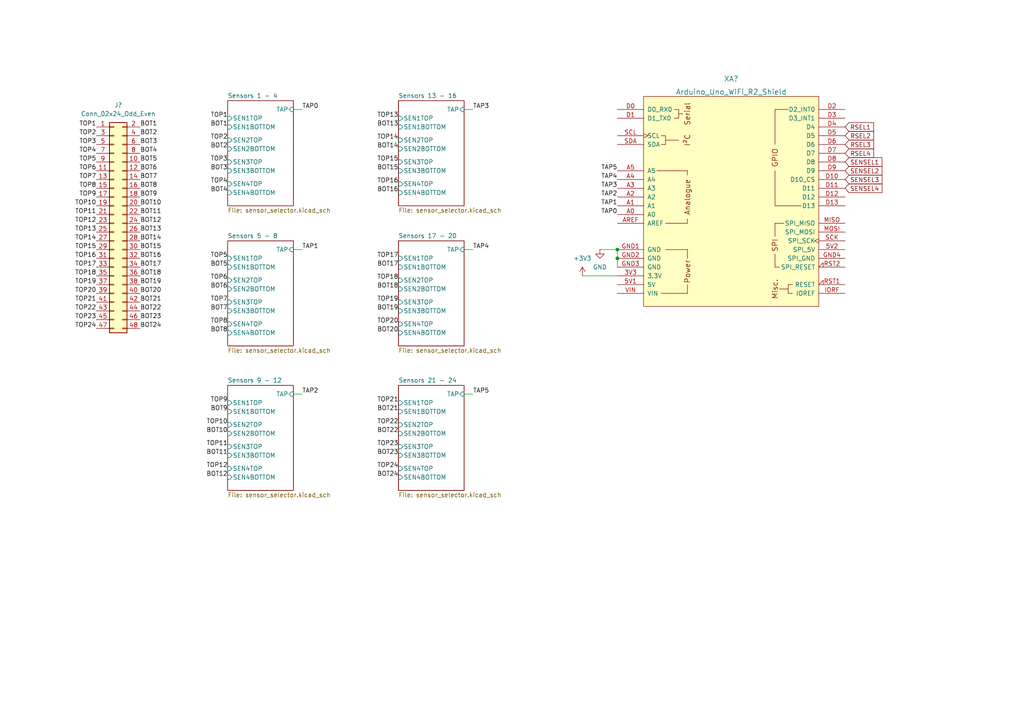
<source format=kicad_sch>
(kicad_sch (version 20211123) (generator eeschema)
  (paper "A4")
  (lib_symbols
    (symbol "Connector_Generic:Conn_02x24_Odd_Even" (pin_names (offset 1.016) hide)
      (property "Reference" "J" (at 1.27 30.48 0))
      (property "Value" "Conn_02x24_Odd_Even" (at 1.27 -33.02 0))
      (symbol "Conn_02x24_Odd_Even_1_1"
        (rectangle (start -1.27 -30.353) (end 0 -30.607) (stroke (width 0.1524)))
        (rectangle (start -1.27 -27.813) (end 0 -28.067) (stroke (width 0.1524)))
        (rectangle (start -1.27 -25.273) (end 0 -25.527) (stroke (width 0.1524)))
        (rectangle (start -1.27 -22.733) (end 0 -22.987) (stroke (width 0.1524)))
        (rectangle (start -1.27 -20.193) (end 0 -20.447) (stroke (width 0.1524)))
        (rectangle (start -1.27 -17.653) (end 0 -17.907) (stroke (width 0.1524)))
        (rectangle (start -1.27 -15.113) (end 0 -15.367) (stroke (width 0.1524)))
        (rectangle (start -1.27 -12.573) (end 0 -12.827) (stroke (width 0.1524)))
        (rectangle (start -1.27 -10.033) (end 0 -10.287) (stroke (width 0.1524)))
        (rectangle (start -1.27 -7.493) (end 0 -7.747) (stroke (width 0.1524)))
        (rectangle (start -1.27 -4.953) (end 0 -5.207) (stroke (width 0.1524)))
        (rectangle (start -1.27 -2.413) (end 0 -2.667) (stroke (width 0.1524)))
        (rectangle (start -1.27 0.127) (end 0 -0.127) (stroke (width 0.1524)))
        (rectangle (start -1.27 2.667) (end 0 2.413) (stroke (width 0.1524)))
        (rectangle (start -1.27 5.207) (end 0 4.953) (stroke (width 0.1524)))
        (rectangle (start -1.27 7.747) (end 0 7.493) (stroke (width 0.1524)))
        (rectangle (start -1.27 10.287) (end 0 10.033) (stroke (width 0.1524)))
        (rectangle (start -1.27 12.827) (end 0 12.573) (stroke (width 0.1524)))
        (rectangle (start -1.27 15.367) (end 0 15.113) (stroke (width 0.1524)))
        (rectangle (start -1.27 17.907) (end 0 17.653) (stroke (width 0.1524)))
        (rectangle (start -1.27 20.447) (end 0 20.193) (stroke (width 0.1524)))
        (rectangle (start -1.27 22.987) (end 0 22.733) (stroke (width 0.1524)))
        (rectangle (start -1.27 25.527) (end 0 25.273) (stroke (width 0.1524)))
        (rectangle (start -1.27 28.067) (end 0 27.813) (stroke (width 0.1524)))
        (rectangle (start -1.27 29.21) (end 3.81 -31.75) (stroke (width 0.254)) (fill (type background)))
        (rectangle (start 3.81 -30.353) (end 2.54 -30.607) (stroke (width 0.1524)))
        (rectangle (start 3.81 -27.813) (end 2.54 -28.067) (stroke (width 0.1524)))
        (rectangle (start 3.81 -25.273) (end 2.54 -25.527) (stroke (width 0.1524)))
        (rectangle (start 3.81 -22.733) (end 2.54 -22.987) (stroke (width 0.1524)))
        (rectangle (start 3.81 -20.193) (end 2.54 -20.447) (stroke (width 0.1524)))
        (rectangle (start 3.81 -17.653) (end 2.54 -17.907) (stroke (width 0.1524)))
        (rectangle (start 3.81 -15.113) (end 2.54 -15.367) (stroke (width 0.1524)))
        (rectangle (start 3.81 -12.573) (end 2.54 -12.827) (stroke (width 0.1524)))
        (rectangle (start 3.81 -10.033) (end 2.54 -10.287) (stroke (width 0.1524)))
        (rectangle (start 3.81 -7.493) (end 2.54 -7.747) (stroke (width 0.1524)))
        (rectangle (start 3.81 -4.953) (end 2.54 -5.207) (stroke (width 0.1524)))
        (rectangle (start 3.81 -2.413) (end 2.54 -2.667) (stroke (width 0.1524)))
        (rectangle (start 3.81 0.127) (end 2.54 -0.127) (stroke (width 0.1524)))
        (rectangle (start 3.81 2.667) (end 2.54 2.413) (stroke (width 0.1524)))
        (rectangle (start 3.81 5.207) (end 2.54 4.953) (stroke (width 0.1524)))
        (rectangle (start 3.81 7.747) (end 2.54 7.493) (stroke (width 0.1524)))
        (rectangle (start 3.81 10.287) (end 2.54 10.033) (stroke (width 0.1524)))
        (rectangle (start 3.81 12.827) (end 2.54 12.573) (stroke (width 0.1524)))
        (rectangle (start 3.81 15.367) (end 2.54 15.113) (stroke (width 0.1524)))
        (rectangle (start 3.81 17.907) (end 2.54 17.653) (stroke (width 0.1524)))
        (rectangle (start 3.81 20.447) (end 2.54 20.193) (stroke (width 0.1524)))
        (rectangle (start 3.81 22.987) (end 2.54 22.733) (stroke (width 0.1524)))
        (rectangle (start 3.81 25.527) (end 2.54 25.273) (stroke (width 0.1524)))
        (rectangle (start 3.81 28.067) (end 2.54 27.813) (stroke (width 0.1524)))
        (pin passive line (at -5.08 27.94 0) (length 3.81) (name "Pin_1") (number "1"))
        (pin passive line (at 7.62 17.78 180) (length 3.81) (name "Pin_10") (number "10"))
        (pin passive line (at -5.08 15.24 0) (length 3.81) (name "Pin_11") (number "11"))
        (pin passive line (at 7.62 15.24 180) (length 3.81) (name "Pin_12") (number "12"))
        (pin passive line (at -5.08 12.7 0) (length 3.81) (name "Pin_13") (number "13"))
        (pin passive line (at 7.62 12.7 180) (length 3.81) (name "Pin_14") (number "14"))
        (pin passive line (at -5.08 10.16 0) (length 3.81) (name "Pin_15") (number "15"))
        (pin passive line (at 7.62 10.16 180) (length 3.81) (name "Pin_16") (number "16"))
        (pin passive line (at -5.08 7.62 0) (length 3.81) (name "Pin_17") (number "17"))
        (pin passive line (at 7.62 7.62 180) (length 3.81) (name "Pin_18") (number "18"))
        (pin passive line (at -5.08 5.08 0) (length 3.81) (name "Pin_19") (number "19"))
        (pin passive line (at 7.62 27.94 180) (length 3.81) (name "Pin_2") (number "2"))
        (pin passive line (at 7.62 5.08 180) (length 3.81) (name "Pin_20") (number "20"))
        (pin passive line (at -5.08 2.54 0) (length 3.81) (name "Pin_21") (number "21"))
        (pin passive line (at 7.62 2.54 180) (length 3.81) (name "Pin_22") (number "22"))
        (pin passive line (at -5.08 0 0) (length 3.81) (name "Pin_23") (number "23"))
        (pin passive line (at 7.62 0 180) (length 3.81) (name "Pin_24") (number "24"))
        (pin passive line (at -5.08 -2.54 0) (length 3.81) (name "Pin_25") (number "25"))
        (pin passive line (at 7.62 -2.54 180) (length 3.81) (name "Pin_26") (number "26"))
        (pin passive line (at -5.08 -5.08 0) (length 3.81) (name "Pin_27") (number "27"))
        (pin passive line (at 7.62 -5.08 180) (length 3.81) (name "Pin_28") (number "28"))
        (pin passive line (at -5.08 -7.62 0) (length 3.81) (name "Pin_29") (number "29"))
        (pin passive line (at -5.08 25.4 0) (length 3.81) (name "Pin_3") (number "3"))
        (pin passive line (at 7.62 -7.62 180) (length 3.81) (name "Pin_30") (number "30"))
        (pin passive line (at -5.08 -10.16 0) (length 3.81) (name "Pin_31") (number "31"))
        (pin passive line (at 7.62 -10.16 180) (length 3.81) (name "Pin_32") (number "32"))
        (pin passive line (at -5.08 -12.7 0) (length 3.81) (name "Pin_33") (number "33"))
        (pin passive line (at 7.62 -12.7 180) (length 3.81) (name "Pin_34") (number "34"))
        (pin passive line (at -5.08 -15.24 0) (length 3.81) (name "Pin_35") (number "35"))
        (pin passive line (at 7.62 -15.24 180) (length 3.81) (name "Pin_36") (number "36"))
        (pin passive line (at -5.08 -17.78 0) (length 3.81) (name "Pin_37") (number "37"))
        (pin passive line (at 7.62 -17.78 180) (length 3.81) (name "Pin_38") (number "38"))
        (pin passive line (at -5.08 -20.32 0) (length 3.81) (name "Pin_39") (number "39"))
        (pin passive line (at 7.62 25.4 180) (length 3.81) (name "Pin_4") (number "4"))
        (pin passive line (at 7.62 -20.32 180) (length 3.81) (name "Pin_40") (number "40"))
        (pin passive line (at -5.08 -22.86 0) (length 3.81) (name "Pin_41") (number "41"))
        (pin passive line (at 7.62 -22.86 180) (length 3.81) (name "Pin_42") (number "42"))
        (pin passive line (at -5.08 -25.4 0) (length 3.81) (name "Pin_43") (number "43"))
        (pin passive line (at 7.62 -25.4 180) (length 3.81) (name "Pin_44") (number "44"))
        (pin passive line (at -5.08 -27.94 0) (length 3.81) (name "Pin_45") (number "45"))
        (pin passive line (at 7.62 -27.94 180) (length 3.81) (name "Pin_46") (number "46"))
        (pin passive line (at -5.08 -30.48 0) (length 3.81) (name "Pin_47") (number "47"))
        (pin passive line (at 7.62 -30.48 180) (length 3.81) (name "Pin_48") (number "48"))
        (pin passive line (at -5.08 22.86 0) (length 3.81) (name "Pin_5") (number "5"))
        (pin passive line (at 7.62 22.86 180) (length 3.81) (name "Pin_6") (number "6"))
        (pin passive line (at -5.08 20.32 0) (length 3.81) (name "Pin_7") (number "7"))
        (pin passive line (at 7.62 20.32 180) (length 3.81) (name "Pin_8") (number "8"))
        (pin passive line (at -5.08 17.78 0) (length 3.81) (name "Pin_9") (number "9"))
      )
    )
    (symbol "arduino:Arduino_Uno_WiFi_R2_Shield" (pin_names (offset 1.016))
      (property "Reference" "XA" (at 2.54 0 90))
      (property "Value" "Arduino_Uno_WiFi_R2_Shield" (at -2.54 0 90))
      (symbol "Arduino_Uno_WiFi_R2_Shield_0_0"
        (rectangle (start -25.4 30.48) (end 25.4 -30.48) (fill (type background)))
        (rectangle (start -20.32 -26.67) (end -12.7 -26.67))
        (rectangle (start -19.05 -13.97) (end -12.7 -13.97))
        (polyline (pts (xy -19.05 17.78) (xy -15.24 17.78)))
        (polyline (pts (xy -15.24 25.4) (xy -13.97 25.4)))
        (polyline (pts (xy -12.7 -26.67) (xy -12.7 -24.13)))
        (polyline (pts (xy -12.7 -15.24) (xy -12.7 -16.51)))
        (polyline (pts (xy -12.7 -13.97) (xy -12.7 -15.24)))
        (polyline (pts (xy -12.7 -5.08) (xy -12.7 -6.35) (xy -19.05 -6.35)))
        (polyline (pts (xy -12.7 7.62) (xy -12.7 8.89) (xy -21.59 8.89)))
        (polyline (pts (xy 12.7 8.89) (xy 12.7 -1.27) (xy 20.32 -1.27)))
        (polyline (pts (xy 12.7 16.51) (xy 12.7 26.67) (xy 16.51 26.67)))
        (polyline (pts (xy -20.32 19.05) (xy -19.05 19.05) (xy -19.05 16.51) (xy -20.32 16.51)))
        (polyline (pts (xy -16.51 26.67) (xy -15.24 26.67) (xy -15.24 24.13) (xy -16.51 24.13)))
        (rectangle (start 12.7 -19.05) (end 12.7 -15.24))
        (rectangle (start 12.7 -10.16) (end 12.7 -6.35))
        (rectangle (start 13.97 -19.05) (end 12.7 -19.05))
        (rectangle (start 15.24 -6.35) (end 12.7 -6.35))
        (rectangle (start 16.51 -25.4) (end 13.97 -25.4))
        (rectangle (start 16.51 -24.13) (end 16.51 -26.67))
        (rectangle (start 17.78 -26.67) (end 16.51 -26.67))
        (rectangle (start 17.78 -24.13) (end 16.51 -24.13))
        (text "Analogue" (at -12.7 1.27 900) (effects (font (size 1.524 1.524))))
        (text "I²C" (at -12.7 17.78 900) (effects (font (size 1.524 1.524))))
        (text "Misc." (at 12.7 -25.4 900) (effects (font (size 1.524 1.524))))
        (text "Power" (at -12.7 -20.32 900) (effects (font (size 1.524 1.524))))
        (text "Serial" (at -12.7 25.4 900) (effects (font (size 1.524 1.524))))
        (text "SPI" (at 12.7 -12.7 900) (effects (font (size 1.524 1.524))))
      )
      (symbol "Arduino_Uno_WiFi_R2_Shield_1_0"
        (text "GPIO" (at 12.7 12.7 900) (effects (font (size 1.524 1.524))))
      )
      (symbol "Arduino_Uno_WiFi_R2_Shield_1_1"
        (pin power_out line (at -33.02 -21.59 0) (length 7.62) (name "3.3V") (number "3V3"))
        (pin power_in line (at -33.02 -24.13 0) (length 7.62) (name "5V") (number "5V1"))
        (pin power_in line (at 33.02 -13.97 180) (length 7.62) (name "SPI_5V") (number "5V2"))
        (pin bidirectional line (at -33.02 -3.81 0) (length 7.62) (name "A0") (number "A0"))
        (pin bidirectional line (at -33.02 -1.27 0) (length 7.62) (name "A1") (number "A1"))
        (pin bidirectional line (at -33.02 1.27 0) (length 7.62) (name "A2") (number "A2"))
        (pin bidirectional line (at -33.02 3.81 0) (length 7.62) (name "A3") (number "A3"))
        (pin bidirectional line (at -33.02 6.35 0) (length 7.62) (name "A4") (number "A4"))
        (pin bidirectional line (at -33.02 8.89 0) (length 7.62) (name "A5") (number "A5"))
        (pin input line (at -33.02 -6.35 0) (length 7.62) (name "AREF") (number "AREF"))
        (pin bidirectional line (at -33.02 26.67 0) (length 7.62) (name "D0_RX0") (number "D0"))
        (pin bidirectional line (at -33.02 24.13 0) (length 7.62) (name "D1_TX0") (number "D1"))
        (pin bidirectional line (at 33.02 6.35 180) (length 7.62) (name "D10_CS") (number "D10"))
        (pin bidirectional line (at 33.02 3.81 180) (length 7.62) (name "D11") (number "D11"))
        (pin bidirectional line (at 33.02 1.27 180) (length 7.62) (name "D12") (number "D12"))
        (pin bidirectional line (at 33.02 -1.27 180) (length 7.62) (name "D13") (number "D13"))
        (pin bidirectional line (at 33.02 26.67 180) (length 7.62) (name "D2_INT0") (number "D2"))
        (pin bidirectional line (at 33.02 24.13 180) (length 7.62) (name "D3_INT1") (number "D3"))
        (pin bidirectional line (at 33.02 21.59 180) (length 7.62) (name "D4") (number "D4"))
        (pin bidirectional line (at 33.02 19.05 180) (length 7.62) (name "D5") (number "D5"))
        (pin bidirectional line (at 33.02 16.51 180) (length 7.62) (name "D6") (number "D6"))
        (pin bidirectional line (at 33.02 13.97 180) (length 7.62) (name "D7") (number "D7"))
        (pin bidirectional line (at 33.02 11.43 180) (length 7.62) (name "D8") (number "D8"))
        (pin bidirectional line (at 33.02 8.89 180) (length 7.62) (name "D9") (number "D9"))
        (pin power_in line (at -33.02 -13.97 0) (length 7.62) (name "GND") (number "GND1"))
        (pin power_in line (at -33.02 -16.51 0) (length 7.62) (name "GND") (number "GND2"))
        (pin power_in line (at -33.02 -19.05 0) (length 7.62) (name "GND") (number "GND3"))
        (pin power_in line (at 33.02 -16.51 180) (length 7.62) (name "SPI_GND") (number "GND4"))
        (pin output line (at 33.02 -26.67 180) (length 7.62) (name "IOREF") (number "IORF"))
        (pin input line (at 33.02 -6.35 180) (length 7.62) (name "SPI_MISO") (number "MISO"))
        (pin output line (at 33.02 -8.89 180) (length 7.62) (name "SPI_MOSI") (number "MOSI"))
        (pin open_collector input_low (at 33.02 -24.13 180) (length 7.62) (name "RESET") (number "RST1"))
        (pin open_collector input_low (at 33.02 -19.05 180) (length 7.62) (name "SPI_RESET") (number "RST2"))
        (pin output clock (at 33.02 -11.43 180) (length 7.62) (name "SPI_SCK") (number "SCK"))
        (pin bidirectional clock (at -33.02 19.05 0) (length 7.62) (name "SCL") (number "SCL"))
        (pin bidirectional line (at -33.02 16.51 0) (length 7.62) (name "SDA") (number "SDA"))
        (pin power_in line (at -33.02 -26.67 0) (length 7.62) (name "VIN") (number "VIN"))
      )
    )
    (symbol "power:+3.3V" (power) (pin_names (offset 0))
      (property "Value" "+3.3V" (at 0 3.556 0))
      (symbol "+3.3V_0_1"
        (polyline (pts (xy -0.762 1.27) (xy 0 2.54)))
        (polyline (pts (xy 0 0) (xy 0 2.54)))
        (polyline (pts (xy 0 2.54) (xy 0.762 1.27)))
      )
      (symbol "+3.3V_1_1"
        (pin power_in line (at 0 0 90) (length 0) hide (name "+3V3") (number "1"))
      )
    )
    (symbol "power:GND" (power) (pin_names (offset 0))
      (property "Value" "GND" (at 0 -3.81 0))
      (symbol "GND_0_1"
        (polyline (pts (xy 0 0) (xy 0 -1.27) (xy 1.27 -1.27) (xy 0 -2.54) (xy -1.27 -1.27) (xy 0 -1.27)))
      )
      (symbol "GND_1_1"
        (pin power_in line (at 0 0 270) (length 0) hide (name "GND") (number "1"))
      )
    )
  )
  (junction (at 179.07 74.93))
  (junction (at 179.07 72.39))
  (wire (pts (xy 134.62 114.3) (xy 137.16 114.3)))
  (wire (pts (xy 168.91 80.01) (xy 179.07 80.01)))
  (wire (pts (xy 85.09 114.3) (xy 87.63 114.3)))
  (wire (pts (xy 134.62 72.39) (xy 137.16 72.39)))
  (wire (pts (xy 85.09 31.75) (xy 87.63 31.75)))
  (wire (pts (xy 134.62 31.75) (xy 137.16 31.75)))
  (wire (pts (xy 179.07 72.39) (xy 179.07 74.93)))
  (wire (pts (xy 85.09 72.39) (xy 87.63 72.39)))
  (wire (pts (xy 173.99 72.39) (xy 179.07 72.39)))
  (wire (pts (xy 179.07 74.93) (xy 179.07 77.47)))
  (label "BOT3" (at 40.64 41.91 0))
  (label "TOP13" (at 27.94 67.31 180))
  (label "BOT3" (at 66.04 49.53 180))
  (label "TOP19" (at 115.57 87.63 180))
  (label "BOT18" (at 40.64 80.01 0))
  (label "BOT17" (at 40.64 77.47 0))
  (label "BOT19" (at 40.64 82.55 0))
  (label "BOT13" (at 115.57 36.83 180))
  (label "BOT14" (at 115.57 43.18 180))
  (label "BOT24" (at 115.57 138.43 180))
  (label "TOP7" (at 27.94 52.07 180))
  (label "TOP4" (at 27.94 44.45 180))
  (label "BOT5" (at 40.64 46.99 0))
  (label "TOP17" (at 115.57 74.93 180))
  (label "TAP2" (at 179.07 57.15 180))
  (label "TAP1" (at 179.07 59.69 180))
  (label "BOT12" (at 40.64 64.77 0))
  (label "TAP5" (at 137.16 114.3 0))
  (label "TOP12" (at 66.04 135.89 180))
  (label "TOP6" (at 66.04 81.28 180))
  (label "TOP24" (at 115.57 135.89 180))
  (label "BOT7" (at 40.64 52.07 0))
  (label "TOP17" (at 27.94 77.47 180))
  (label "BOT10" (at 40.64 59.69 0))
  (label "BOT4" (at 66.04 55.88 180))
  (label "BOT10" (at 66.04 125.73 180))
  (label "TOP6" (at 27.94 49.53 180))
  (label "BOT9" (at 40.64 57.15 0))
  (label "BOT9" (at 66.04 119.38 180))
  (label "TOP20" (at 27.94 85.09 180))
  (label "BOT16" (at 40.64 74.93 0))
  (label "BOT20" (at 40.64 85.09 0))
  (label "TOP10" (at 66.04 123.19 180))
  (label "TOP23" (at 27.94 92.71 180))
  (label "BOT14" (at 40.64 69.85 0))
  (label "TOP11" (at 66.04 129.54 180))
  (label "TOP22" (at 27.94 90.17 180))
  (label "TAP2" (at 87.63 114.3 0))
  (label "BOT2" (at 66.04 43.18 180))
  (label "TOP14" (at 27.94 69.85 180))
  (label "BOT21" (at 40.64 87.63 0))
  (label "TAP0" (at 87.63 31.75 0))
  (label "TOP11" (at 27.94 62.23 180))
  (label "BOT23" (at 115.57 132.08 180))
  (label "BOT20" (at 115.57 96.52 180))
  (label "TAP4" (at 179.07 52.07 180))
  (label "TOP10" (at 27.94 59.69 180))
  (label "BOT17" (at 115.57 77.47 180))
  (label "TOP18" (at 115.57 81.28 180))
  (label "BOT11" (at 40.64 62.23 0))
  (label "BOT22" (at 40.64 90.17 0))
  (label "TOP15" (at 115.57 46.99 180))
  (label "BOT12" (at 66.04 138.43 180))
  (label "BOT24" (at 40.64 95.25 0))
  (label "BOT11" (at 66.04 132.08 180))
  (label "TOP4" (at 66.04 53.34 180))
  (label "TOP8" (at 66.04 93.98 180))
  (label "TAP4" (at 137.16 72.39 0))
  (label "TOP21" (at 115.57 116.84 180))
  (label "BOT21" (at 115.57 119.38 180))
  (label "BOT1" (at 66.04 36.83 180))
  (label "TOP13" (at 115.57 34.29 180))
  (label "TOP9" (at 27.94 57.15 180))
  (label "TOP16" (at 27.94 74.93 180))
  (label "TOP16" (at 115.57 53.34 180))
  (label "BOT4" (at 40.64 44.45 0))
  (label "BOT1" (at 40.64 36.83 0))
  (label "TOP21" (at 27.94 87.63 180))
  (label "BOT16" (at 115.57 55.88 180))
  (label "TOP5" (at 27.94 46.99 180))
  (label "BOT8" (at 40.64 54.61 0))
  (label "TOP14" (at 115.57 40.64 180))
  (label "TOP18" (at 27.94 80.01 180))
  (label "TOP3" (at 27.94 41.91 180))
  (label "TOP7" (at 66.04 87.63 180))
  (label "TOP9" (at 66.04 116.84 180))
  (label "BOT19" (at 115.57 90.17 180))
  (label "BOT2" (at 40.64 39.37 0))
  (label "BOT15" (at 40.64 72.39 0))
  (label "TOP19" (at 27.94 82.55 180))
  (label "TAP3" (at 137.16 31.75 0))
  (label "BOT13" (at 40.64 67.31 0))
  (label "TOP8" (at 27.94 54.61 180))
  (label "TAP1" (at 87.63 72.39 0))
  (label "BOT6" (at 66.04 83.82 180))
  (label "TOP1" (at 27.94 36.83 180))
  (label "TOP23" (at 115.57 129.54 180))
  (label "TOP12" (at 27.94 64.77 180))
  (label "BOT15" (at 115.57 49.53 180))
  (label "TAP3" (at 179.07 54.61 180))
  (label "TOP3" (at 66.04 46.99 180))
  (label "BOT23" (at 40.64 92.71 0))
  (label "BOT5" (at 66.04 77.47 180))
  (label "TOP1" (at 66.04 34.29 180))
  (label "TOP22" (at 115.57 123.19 180))
  (label "TOP5" (at 66.04 74.93 180))
  (label "BOT22" (at 115.57 125.73 180))
  (label "TOP2" (at 27.94 39.37 180))
  (label "TOP15" (at 27.94 72.39 180))
  (label "BOT8" (at 66.04 96.52 180))
  (label "BOT18" (at 115.57 83.82 180))
  (label "BOT7" (at 66.04 90.17 180))
  (label "TOP2" (at 66.04 40.64 180))
  (label "TOP24" (at 27.94 95.25 180))
  (label "TAP0" (at 179.07 62.23 180))
  (label "TOP20" (at 115.57 93.98 180))
  (label "BOT6" (at 40.64 49.53 0))
  (label "TAP5" (at 179.07 49.53 180))
  (global_label "SENSEL4" (shape input) (at 245.11 54.61 0) (property "Intersheet References" "${INTERSHEET_REFS}" (effects hide)))
  (global_label "SENSEL1" (shape input) (at 245.11 46.99 0) (property "Intersheet References" "${INTERSHEET_REFS}" (effects hide)))
  (global_label "RSEL1" (shape input) (at 245.11 36.83 0) (property "Intersheet References" "${INTERSHEET_REFS}" (effects hide)))
  (global_label "SENSEL2" (shape input) (at 245.11 49.53 0) (property "Intersheet References" "${INTERSHEET_REFS}" (effects hide)))
  (global_label "RSEL3" (shape input) (at 245.11 41.91 0) (property "Intersheet References" "${INTERSHEET_REFS}" (effects hide)))
  (global_label "RSEL4" (shape input) (at 245.11 44.45 0) (property "Intersheet References" "${INTERSHEET_REFS}" (effects hide)))
  (global_label "RSEL2" (shape input) (at 245.11 39.37 0) (property "Intersheet References" "${INTERSHEET_REFS}" (effects hide)))
  (global_label "SENSEL3" (shape input) (at 245.11 52.07 0) (property "Intersheet References" "${INTERSHEET_REFS}" (effects hide)))
  (symbol (lib_id "Connector_Generic:Conn_02x24_Odd_Even") (at 33.02 64.77 0) (unit 1)
    (property "Reference" "J?" (at 34.29 30.48 0))
    (property "Value" "Conn_02x24_Odd_Even" (at 34.29 33.02 0))
    (property "Footprint" "Connector_PinHeader_2.54mm:PinHeader_2x24_P2.54mm_Vertical" (effects hide))
  )
  (symbol (lib_id "power:GND") (at 173.99 72.39 0) (unit 1)
    (property "Reference" "#PWR?" (effects hide))
    (property "Value" "GND" (at 173.99 77.47 0))
  )
  (symbol (lib_id "power:+3.3V") (at 168.91 80.01 0) (unit 1)
    (property "Reference" "#PWR?" (effects hide))
    (property "Value" "+3.3V" (at 168.91 74.93 0))
  )
  (symbol (lib_id "arduino:Arduino_Uno_WiFi_R2_Shield") (at 212.09 58.42 0) (unit 1)
    (property "Reference" "XA?" (at 212.09 22.86 0) (effects (font (size 1.524 1.524))))
    (property "Value" "Arduino_Uno_WiFi_R2_Shield" (at 212.09 26.67 0) (effects (font (size 1.524 1.524))))
    (property "Footprint" "Arduino_Library:Arduino_Uno_Shield" (effects hide))
    (property "Datasheet" "https://docs.arduino.cc/hardware/uno-wifi-rev2" (effects hide))
  )
  (sheet (at 66.04 111.76) (size 19.05 30.48) (stroke (width 0.1524))
    (property "Sheet name" "Sensors 9 - 12" (at 66.04 111.0484 0) (effects (justify left bottom)))
    (property "Sheet file" "sensor_selector.kicad_sch" (at 66.04 142.8246 0) (effects (justify left top)))
    (pin "SEN3BOTTOM" input (at 66.04 132.08 180))
    (pin "SEN2BOTTOM" input (at 66.04 125.73 180))
    (pin "SEN1BOTTOM" input (at 66.04 119.38 180))
    (pin "SEN4BOTTOM" input (at 66.04 138.43 180))
    (pin "SEN2TOP" input (at 66.04 123.19 180))
    (pin "TAP" input (at 85.09 114.3 0))
    (pin "SEN3TOP" input (at 66.04 129.54 180))
    (pin "SEN1TOP" input (at 66.04 116.84 180))
    (pin "SEN4TOP" input (at 66.04 135.89 180))
  )
  (sheet (at 115.57 69.85) (size 19.05 30.48) (stroke (width 0.1524))
    (property "Sheet name" "Sensors 17 - 20" (at 115.57 69.1384 0) (effects (justify left bottom)))
    (property "Sheet file" "sensor_selector.kicad_sch" (at 115.57 100.9146 0) (effects (justify left top)))
    (pin "SEN3BOTTOM" input (at 115.57 90.17 180))
    (pin "SEN2BOTTOM" input (at 115.57 83.82 180))
    (pin "SEN1BOTTOM" input (at 115.57 77.47 180))
    (pin "SEN4BOTTOM" input (at 115.57 96.52 180))
    (pin "SEN2TOP" input (at 115.57 81.28 180))
    (pin "TAP" input (at 134.62 72.39 0))
    (pin "SEN3TOP" input (at 115.57 87.63 180))
    (pin "SEN1TOP" input (at 115.57 74.93 180))
    (pin "SEN4TOP" input (at 115.57 93.98 180))
  )
  (sheet (at 66.04 69.85) (size 19.05 30.48) (stroke (width 0.1524))
    (property "Sheet name" "Sensors 5 - 8" (at 66.04 69.1384 0) (effects (justify left bottom)))
    (property "Sheet file" "sensor_selector.kicad_sch" (at 66.04 100.9146 0) (effects (justify left top)))
    (pin "SEN3BOTTOM" input (at 66.04 90.17 180))
    (pin "SEN2BOTTOM" input (at 66.04 83.82 180))
    (pin "SEN1BOTTOM" input (at 66.04 77.47 180))
    (pin "SEN4BOTTOM" input (at 66.04 96.52 180))
    (pin "SEN2TOP" input (at 66.04 81.28 180))
    (pin "TAP" input (at 85.09 72.39 0))
    (pin "SEN3TOP" input (at 66.04 87.63 180))
    (pin "SEN1TOP" input (at 66.04 74.93 180))
    (pin "SEN4TOP" input (at 66.04 93.98 180))
  )
  (sheet (at 66.04 29.21) (size 19.05 30.48) (stroke (width 0.1524))
    (property "Sheet name" "Sensors 1 - 4" (at 66.04 28.4984 0) (effects (justify left bottom)))
    (property "Sheet file" "sensor_selector.kicad_sch" (at 66.04 60.2746 0) (effects (justify left top)))
    (pin "SEN3BOTTOM" input (at 66.04 49.53 180))
    (pin "SEN2BOTTOM" input (at 66.04 43.18 180))
    (pin "SEN1BOTTOM" input (at 66.04 36.83 180))
    (pin "SEN4BOTTOM" input (at 66.04 55.88 180))
    (pin "SEN2TOP" input (at 66.04 40.64 180))
    (pin "TAP" input (at 85.09 31.75 0))
    (pin "SEN3TOP" input (at 66.04 46.99 180))
    (pin "SEN1TOP" input (at 66.04 34.29 180))
    (pin "SEN4TOP" input (at 66.04 53.34 180))
  )
  (sheet (at 115.57 111.76) (size 19.05 30.48) (stroke (width 0.1524))
    (property "Sheet name" "Sensors 21 - 24" (at 115.57 111.0484 0) (effects (justify left bottom)))
    (property "Sheet file" "sensor_selector.kicad_sch" (at 115.57 142.8246 0) (effects (justify left top)))
    (pin "SEN3BOTTOM" input (at 115.57 132.08 180))
    (pin "SEN2BOTTOM" input (at 115.57 125.73 180))
    (pin "SEN1BOTTOM" input (at 115.57 119.38 180))
    (pin "SEN4BOTTOM" input (at 115.57 138.43 180))
    (pin "SEN2TOP" input (at 115.57 123.19 180))
    (pin "TAP" input (at 134.62 114.3 0))
    (pin "SEN3TOP" input (at 115.57 129.54 180))
    (pin "SEN1TOP" input (at 115.57 116.84 180))
    (pin "SEN4TOP" input (at 115.57 135.89 180))
  )
  (sheet (at 115.57 29.21) (size 19.05 30.48) (stroke (width 0.1524))
    (property "Sheet name" "Sensors 13 - 16" (at 115.57 28.4984 0) (effects (justify left bottom)))
    (property "Sheet file" "sensor_selector.kicad_sch" (at 115.57 60.2746 0) (effects (justify left top)))
    (pin "SEN3BOTTOM" input (at 115.57 49.53 180))
    (pin "SEN2BOTTOM" input (at 115.57 43.18 180))
    (pin "SEN1BOTTOM" input (at 115.57 36.83 180))
    (pin "SEN4BOTTOM" input (at 115.57 55.88 180))
    (pin "SEN2TOP" input (at 115.57 40.64 180))
    (pin "TAP" input (at 134.62 31.75 0))
    (pin "SEN3TOP" input (at 115.57 46.99 180))
    (pin "SEN1TOP" input (at 115.57 34.29 180))
    (pin "SEN4TOP" input (at 115.57 53.34 180))
  )
)
</source>
